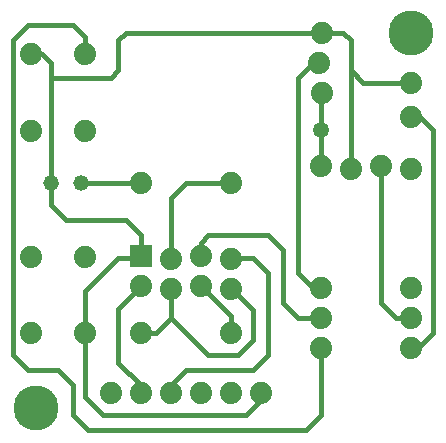
<source format=gbl>
G75*
%MOIN*%
%OFA0B0*%
%FSLAX24Y24*%
%IPPOS*%
%LPD*%
%AMOC8*
5,1,8,0,0,1.08239X$1,22.5*
%
%ADD10C,0.0740*%
%ADD11C,0.0520*%
%ADD12R,0.0740X0.0740*%
%ADD13C,0.0160*%
%ADD14C,0.0531*%
%ADD15C,0.1502*%
D10*
X012583Y007000D03*
X013583Y007000D03*
X014583Y007000D03*
X015583Y007000D03*
X016583Y007000D03*
X017583Y007000D03*
X019583Y008500D03*
X019583Y009500D03*
X019583Y010500D03*
X016583Y010450D03*
X015583Y010550D03*
X014583Y010450D03*
X013583Y010550D03*
X014583Y011450D03*
X015583Y011550D03*
X016583Y011450D03*
X016583Y009000D03*
X013583Y009000D03*
X011723Y008970D03*
X009943Y008970D03*
X009943Y011530D03*
X011723Y011530D03*
X013583Y014000D03*
X016583Y014000D03*
X019583Y014550D03*
X020583Y014450D03*
X021583Y014550D03*
X022583Y014450D03*
X022583Y016180D03*
X022583Y017320D03*
X019633Y017000D03*
X019533Y018000D03*
X019633Y019000D03*
X011723Y018280D03*
X009943Y018280D03*
X009943Y015720D03*
X011723Y015720D03*
X022583Y010500D03*
X022583Y009500D03*
X022583Y008500D03*
D11*
X011583Y014000D03*
X010583Y014000D03*
D12*
X013583Y011550D03*
D13*
X013533Y011500D01*
X012833Y011500D01*
X011723Y010390D01*
X011723Y008970D01*
X011723Y006860D01*
X012333Y006250D01*
X017083Y006250D01*
X017583Y006750D01*
X017583Y007000D01*
X017583Y007250D01*
X017333Y007750D02*
X017833Y008250D01*
X017833Y011000D01*
X017333Y011500D01*
X016633Y011500D01*
X016583Y011450D01*
X015583Y011550D02*
X015583Y012000D01*
X015833Y012250D01*
X017833Y012250D01*
X018333Y011750D01*
X018333Y010000D01*
X018833Y009500D01*
X019583Y009500D01*
X019583Y008500D02*
X019583Y006250D01*
X019083Y005750D01*
X011833Y005750D01*
X011333Y006250D01*
X011333Y007250D01*
X010833Y007750D01*
X009833Y007750D01*
X009333Y008250D01*
X009333Y018750D01*
X009833Y019250D01*
X011333Y019250D01*
X011723Y018860D01*
X011723Y018280D01*
X012583Y017500D02*
X012833Y017750D01*
X012833Y018750D01*
X013083Y019000D01*
X019633Y019000D01*
X020333Y019000D01*
X020583Y018750D01*
X020583Y017750D01*
X021013Y017320D01*
X022583Y017320D01*
X022583Y016180D02*
X022903Y016180D01*
X023333Y015750D01*
X023333Y009000D01*
X022833Y008500D01*
X022583Y008500D01*
X022583Y009500D02*
X022083Y009500D01*
X021583Y010000D01*
X021583Y014550D01*
X020583Y014450D02*
X020583Y017750D01*
X019533Y018000D02*
X019333Y018000D01*
X018833Y017500D01*
X018833Y011000D01*
X019333Y010500D01*
X019583Y010500D01*
X017333Y009750D02*
X016633Y010450D01*
X016583Y010450D01*
X016583Y009550D02*
X015583Y010550D01*
X014583Y010450D02*
X014583Y009500D01*
X015833Y008250D01*
X016833Y008250D01*
X017333Y008750D01*
X017333Y009750D01*
X016583Y009550D02*
X016583Y009000D01*
X014583Y009500D02*
X014083Y009000D01*
X013583Y009000D01*
X012833Y009800D02*
X013583Y010550D01*
X012833Y009800D02*
X012833Y008000D01*
X013583Y007250D01*
X013583Y007000D01*
X014583Y007000D02*
X014583Y007250D01*
X015083Y007750D01*
X017333Y007750D01*
X014583Y011450D02*
X014583Y013500D01*
X015083Y014000D01*
X016583Y014000D01*
X013583Y014000D02*
X011583Y014000D01*
X010583Y014000D02*
X010583Y013250D01*
X011083Y012750D01*
X013083Y012750D01*
X013583Y012250D01*
X013583Y011550D01*
X010583Y014000D02*
X010583Y017500D01*
X012583Y017500D01*
X010583Y017500D02*
X010583Y018000D01*
X010303Y018280D01*
X009943Y018280D01*
X019583Y016950D02*
X019583Y015750D01*
X019583Y014550D01*
X019583Y016950D02*
X019633Y017000D01*
D14*
X019583Y015750D03*
D15*
X010083Y006500D03*
X022583Y019000D03*
M02*

</source>
